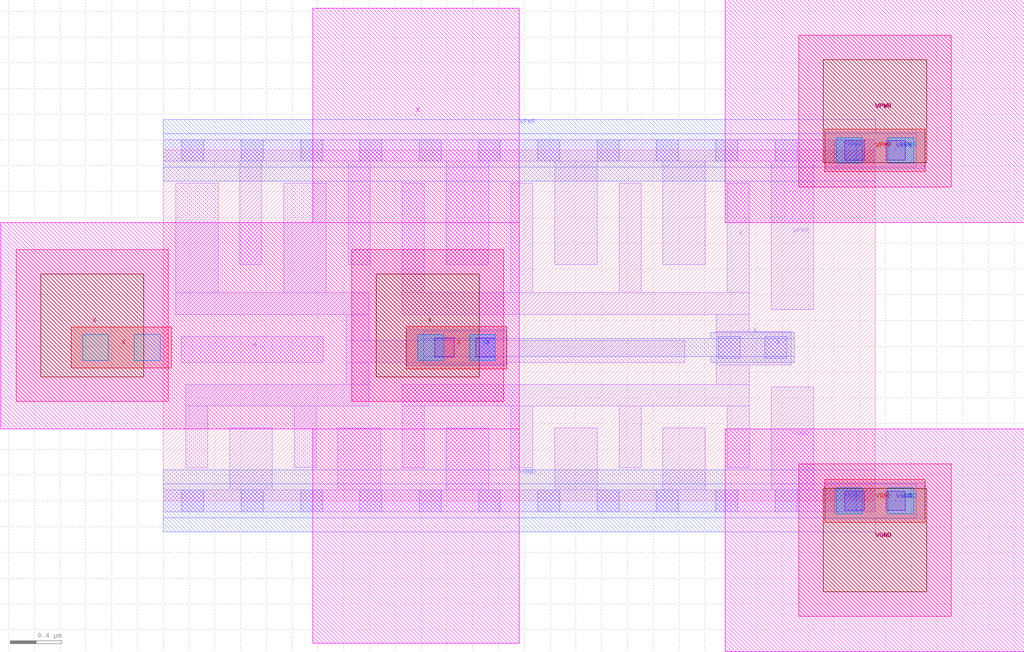
<source format=lef>
# Copyright 2020 The SkyWater PDK Authors
#
# Licensed under the Apache License, Version 2.0 (the "License");
# you may not use this file except in compliance with the License.
# You may obtain a copy of the License at
#
#     https://www.apache.org/licenses/LICENSE-2.0
#
# Unless required by applicable law or agreed to in writing, software
# distributed under the License is distributed on an "AS IS" BASIS,
# WITHOUT WARRANTIES OR CONDITIONS OF ANY KIND, either express or implied.
# See the License for the specific language governing permissions and
# limitations under the License.
#
# SPDX-License-Identifier: Apache-2.0

VERSION 5.5 ;
NAMESCASESENSITIVE ON ;
BUSBITCHARS "[]" ;
DIVIDERCHAR "/" ;
MACRO sky130_fd_sc_hd__probec_p_8
  CLASS CORE ;
  SOURCE USER ;
  ORIGIN  0.000000  0.000000 ;
  SIZE  5.520000 BY  2.720000 ;
  SYMMETRY X Y R90 ;
  SITE unithd ;
  PIN A
    ANTENNAGATEAREA  0.742500 ;
    DIRECTION INPUT ;
    USE SIGNAL ;
    PORT
      LAYER li1 ;
        RECT 0.140000 1.075000 1.240000 1.275000 ;
    END
  END A
  PIN X
    ANTENNAPARTIALCUTAREA  0.640000 ;
    DIRECTION OUTPUT ;
    USE SIGNAL ;
    PORT
      LAYER li1 ;
        RECT 1.855000 0.255000 2.025000 0.735000 ;
        RECT 1.855000 0.735000 4.545000 0.905000 ;
        RECT 1.855000 1.445000 4.545000 1.615000 ;
        RECT 1.855000 1.615000 2.025000 2.465000 ;
        RECT 2.695000 0.255000 2.865000 0.735000 ;
        RECT 2.695000 1.615000 2.865000 2.465000 ;
        RECT 3.535000 0.255000 3.705000 0.735000 ;
        RECT 3.535000 1.615000 3.705000 2.465000 ;
        RECT 4.290000 0.905000 4.545000 1.055000 ;
        RECT 4.290000 1.055000 4.870000 1.315000 ;
        RECT 4.290000 1.315000 4.545000 1.445000 ;
        RECT 4.375000 0.255000 4.545000 0.735000 ;
        RECT 4.375000 1.615000 4.545000 2.465000 ;
    END
    PORT
      LAYER mcon ;
        RECT 4.305000 1.105000 4.475000 1.275000 ;
        RECT 4.665000 1.105000 4.835000 1.275000 ;
      LAYER via ;
        RECT 2.105000 1.115000 2.255000 1.265000 ;
        RECT 2.425000 1.115000 2.575000 1.265000 ;
      LAYER via2 ;
        RECT 1.975000 1.090000 2.175000 1.290000 ;
        RECT 2.375000 1.090000 2.575000 1.290000 ;
      LAYER via3 ;
        RECT -0.625000 1.090000 -0.425000 1.290000 ;
        RECT -0.225000 1.090000 -0.025000 1.290000 ;
        RECT  1.975000 1.090000  2.175000 1.290000 ;
        RECT  2.375000 1.090000  2.575000 1.290000 ;
      LAYER via4 ;
        RECT -0.950000 0.960000 -0.150000 1.760000 ;
        RECT  1.650000 0.960000  2.450000 1.760000 ;
    END
    PORT
      LAYER met1 ;
        RECT 2.020000 1.060000 2.660000 1.120000 ;
        RECT 2.020000 1.120000 4.895000 1.260000 ;
        RECT 2.020000 1.260000 2.660000 1.320000 ;
        RECT 4.245000 1.075000 4.895000 1.120000 ;
        RECT 4.245000 1.260000 4.895000 1.305000 ;
    END
    PORT
      LAYER met2 ;
        RECT 1.890000 1.050000 2.660000 1.330000 ;
    END
    PORT
      LAYER met3 ;
        RECT -0.715000 1.030000 0.065000 1.350000 ;
    END
    PORT
      LAYER met3 ;
        RECT 1.885000 1.025000 2.665000 1.355000 ;
    END
    PORT
      LAYER met4 ;
        RECT -1.140000 0.770000 0.040000 1.950000 ;
    END
    PORT
      LAYER met4 ;
        RECT 1.460000 0.770000 2.640000 1.950000 ;
    END
    PORT
      LAYER met5 ;
        RECT -1.260000  0.560000 2.760000 2.160000 ;
        RECT  1.160000 -1.105000 2.760000 0.560000 ;
        RECT  1.160000  2.160000 2.760000 3.825000 ;
    END
  END X
  PIN VGND
    DIRECTION INOUT ;
    SHAPE ABUTMENT ;
    USE GROUND ;
    PORT
      LAYER li1 ;
        RECT 0.000000 -0.085000 5.520000 0.085000 ;
        RECT 0.515000  0.085000 0.845000 0.565000 ;
        RECT 1.355000  0.085000 1.685000 0.565000 ;
        RECT 2.195000  0.085000 2.525000 0.565000 ;
        RECT 3.035000  0.085000 3.365000 0.565000 ;
        RECT 3.875000  0.085000 4.205000 0.565000 ;
        RECT 4.715000  0.085000 5.045000 0.885000 ;
    END
    PORT
      LAYER mcon ;
        RECT 0.145000 -0.085000 0.315000 0.085000 ;
        RECT 0.605000 -0.085000 0.775000 0.085000 ;
        RECT 1.065000 -0.085000 1.235000 0.085000 ;
        RECT 1.525000 -0.085000 1.695000 0.085000 ;
        RECT 1.985000 -0.085000 2.155000 0.085000 ;
        RECT 2.445000 -0.085000 2.615000 0.085000 ;
        RECT 2.905000 -0.085000 3.075000 0.085000 ;
        RECT 3.365000 -0.085000 3.535000 0.085000 ;
        RECT 3.825000 -0.085000 3.995000 0.085000 ;
        RECT 4.285000 -0.085000 4.455000 0.085000 ;
        RECT 4.745000 -0.085000 4.915000 0.085000 ;
        RECT 5.205000 -0.085000 5.375000 0.085000 ;
      LAYER via ;
        RECT 5.285000 -0.075000 5.435000 0.075000 ;
        RECT 5.605000 -0.075000 5.755000 0.075000 ;
      LAYER via2 ;
        RECT 5.220000 -0.100000 5.420000 0.100000 ;
        RECT 5.620000 -0.100000 5.820000 0.100000 ;
      LAYER via3 ;
        RECT 5.220000 -0.100000 5.420000 0.100000 ;
        RECT 5.620000 -0.100000 5.820000 0.100000 ;
      LAYER via4 ;
        RECT 5.120000 -0.705000 5.920000 0.095000 ;
    END
    PORT
      LAYER met1 ;
        RECT 0.000000 -0.240000 5.520000 -0.130000 ;
        RECT 0.000000 -0.130000 5.840000  0.130000 ;
        RECT 0.000000  0.130000 5.520000  0.240000 ;
    END
    PORT
      LAYER met2 ;
        RECT 5.135000 -0.140000 5.905000 0.140000 ;
    END
    PORT
      LAYER met3 ;
        RECT 5.130000 -0.165000 5.910000 0.165000 ;
    END
    PORT
      LAYER met4 ;
        RECT 4.930000 -0.895000 6.110000 0.285000 ;
    END
    PORT
      LAYER met5 ;
        RECT 4.360000 -1.170000 6.675000 0.560000 ;
    END
  END VGND
  PIN VPWR
    DIRECTION INOUT ;
    SHAPE ABUTMENT ;
    USE POWER ;
    PORT
      LAYER li1 ;
        RECT 0.000000 2.635000 5.520000 2.805000 ;
        RECT 0.595000 1.835000 0.765000 2.635000 ;
        RECT 1.435000 1.835000 1.605000 2.635000 ;
        RECT 2.195000 1.835000 2.525000 2.635000 ;
        RECT 3.035000 1.835000 3.365000 2.635000 ;
        RECT 3.875000 1.835000 4.205000 2.635000 ;
        RECT 4.715000 1.485000 5.045000 2.635000 ;
    END
    PORT
      LAYER mcon ;
        RECT 0.145000 2.635000 0.315000 2.805000 ;
        RECT 0.605000 2.635000 0.775000 2.805000 ;
        RECT 1.065000 2.635000 1.235000 2.805000 ;
        RECT 1.525000 2.635000 1.695000 2.805000 ;
        RECT 1.985000 2.635000 2.155000 2.805000 ;
        RECT 2.445000 2.635000 2.615000 2.805000 ;
        RECT 2.905000 2.635000 3.075000 2.805000 ;
        RECT 3.365000 2.635000 3.535000 2.805000 ;
        RECT 3.825000 2.635000 3.995000 2.805000 ;
        RECT 4.285000 2.635000 4.455000 2.805000 ;
        RECT 4.745000 2.635000 4.915000 2.805000 ;
        RECT 5.205000 2.635000 5.375000 2.805000 ;
      LAYER via ;
        RECT 5.285000 2.645000 5.435000 2.795000 ;
        RECT 5.605000 2.645000 5.755000 2.795000 ;
      LAYER via2 ;
        RECT 5.220000 2.620000 5.420000 2.820000 ;
        RECT 5.620000 2.620000 5.820000 2.820000 ;
      LAYER via3 ;
        RECT 5.220000 2.620000 5.420000 2.820000 ;
        RECT 5.620000 2.620000 5.820000 2.820000 ;
      LAYER via4 ;
        RECT 5.120000 2.625000 5.920000 3.425000 ;
    END
    PORT
      LAYER met1 ;
        RECT 0.000000 2.480000 5.520000 2.590000 ;
        RECT 0.000000 2.590000 5.840000 2.850000 ;
        RECT 0.000000 2.850000 5.520000 2.960000 ;
    END
    PORT
      LAYER met2 ;
        RECT 5.135000 2.580000 5.905000 2.860000 ;
    END
    PORT
      LAYER met3 ;
        RECT 5.130000 2.555000 5.910000 2.885000 ;
    END
    PORT
      LAYER met4 ;
        RECT 4.930000 2.435000 6.110000 3.615000 ;
    END
    PORT
      LAYER met5 ;
        RECT 4.360000 2.160000 6.675000 3.890000 ;
    END
  END VPWR
  OBS
    LAYER li1 ;
      RECT 0.095000 1.445000 1.595000 1.615000 ;
      RECT 0.095000 1.615000 0.425000 2.465000 ;
      RECT 0.175000 0.255000 0.345000 0.735000 ;
      RECT 0.175000 0.735000 1.595000 0.905000 ;
      RECT 0.935000 1.615000 1.265000 2.465000 ;
      RECT 1.015000 0.260000 1.185000 0.735000 ;
      RECT 1.420000 0.905000 1.595000 1.075000 ;
      RECT 1.420000 1.075000 4.045000 1.245000 ;
      RECT 1.420000 1.245000 1.595000 1.445000 ;
  END
END sky130_fd_sc_hd__probec_p_8

</source>
